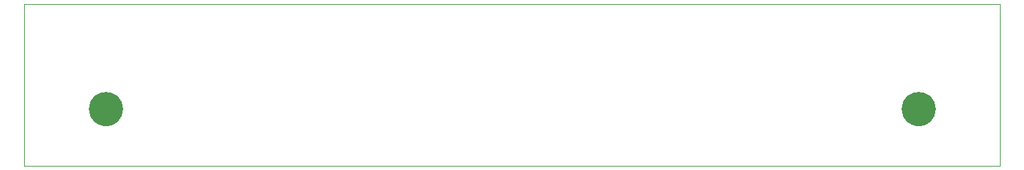
<source format=gbs>
G75*
%MOIN*%
%OFA0B0*%
%FSLAX25Y25*%
%IPPOS*%
%LPD*%
%AMOC8*
5,1,8,0,0,1.08239X$1,22.5*
%
%ADD10C,0.00000*%
%ADD11C,0.16548*%
D10*
X0001800Y0001800D02*
X0001800Y0080540D01*
X0474241Y0080540D01*
X0474241Y0001800D01*
X0001800Y0001800D01*
X0033296Y0029359D02*
X0033298Y0029552D01*
X0033305Y0029745D01*
X0033317Y0029938D01*
X0033334Y0030131D01*
X0033355Y0030323D01*
X0033381Y0030514D01*
X0033412Y0030705D01*
X0033447Y0030895D01*
X0033487Y0031084D01*
X0033532Y0031272D01*
X0033581Y0031459D01*
X0033635Y0031645D01*
X0033693Y0031829D01*
X0033756Y0032012D01*
X0033824Y0032193D01*
X0033895Y0032372D01*
X0033972Y0032550D01*
X0034052Y0032726D01*
X0034137Y0032899D01*
X0034226Y0033071D01*
X0034319Y0033240D01*
X0034416Y0033407D01*
X0034518Y0033572D01*
X0034623Y0033734D01*
X0034732Y0033893D01*
X0034846Y0034050D01*
X0034963Y0034203D01*
X0035083Y0034354D01*
X0035208Y0034502D01*
X0035336Y0034647D01*
X0035467Y0034788D01*
X0035602Y0034927D01*
X0035741Y0035062D01*
X0035882Y0035193D01*
X0036027Y0035321D01*
X0036175Y0035446D01*
X0036326Y0035566D01*
X0036479Y0035683D01*
X0036636Y0035797D01*
X0036795Y0035906D01*
X0036957Y0036011D01*
X0037122Y0036113D01*
X0037289Y0036210D01*
X0037458Y0036303D01*
X0037630Y0036392D01*
X0037803Y0036477D01*
X0037979Y0036557D01*
X0038157Y0036634D01*
X0038336Y0036705D01*
X0038517Y0036773D01*
X0038700Y0036836D01*
X0038884Y0036894D01*
X0039070Y0036948D01*
X0039257Y0036997D01*
X0039445Y0037042D01*
X0039634Y0037082D01*
X0039824Y0037117D01*
X0040015Y0037148D01*
X0040206Y0037174D01*
X0040398Y0037195D01*
X0040591Y0037212D01*
X0040784Y0037224D01*
X0040977Y0037231D01*
X0041170Y0037233D01*
X0041363Y0037231D01*
X0041556Y0037224D01*
X0041749Y0037212D01*
X0041942Y0037195D01*
X0042134Y0037174D01*
X0042325Y0037148D01*
X0042516Y0037117D01*
X0042706Y0037082D01*
X0042895Y0037042D01*
X0043083Y0036997D01*
X0043270Y0036948D01*
X0043456Y0036894D01*
X0043640Y0036836D01*
X0043823Y0036773D01*
X0044004Y0036705D01*
X0044183Y0036634D01*
X0044361Y0036557D01*
X0044537Y0036477D01*
X0044710Y0036392D01*
X0044882Y0036303D01*
X0045051Y0036210D01*
X0045218Y0036113D01*
X0045383Y0036011D01*
X0045545Y0035906D01*
X0045704Y0035797D01*
X0045861Y0035683D01*
X0046014Y0035566D01*
X0046165Y0035446D01*
X0046313Y0035321D01*
X0046458Y0035193D01*
X0046599Y0035062D01*
X0046738Y0034927D01*
X0046873Y0034788D01*
X0047004Y0034647D01*
X0047132Y0034502D01*
X0047257Y0034354D01*
X0047377Y0034203D01*
X0047494Y0034050D01*
X0047608Y0033893D01*
X0047717Y0033734D01*
X0047822Y0033572D01*
X0047924Y0033407D01*
X0048021Y0033240D01*
X0048114Y0033071D01*
X0048203Y0032899D01*
X0048288Y0032726D01*
X0048368Y0032550D01*
X0048445Y0032372D01*
X0048516Y0032193D01*
X0048584Y0032012D01*
X0048647Y0031829D01*
X0048705Y0031645D01*
X0048759Y0031459D01*
X0048808Y0031272D01*
X0048853Y0031084D01*
X0048893Y0030895D01*
X0048928Y0030705D01*
X0048959Y0030514D01*
X0048985Y0030323D01*
X0049006Y0030131D01*
X0049023Y0029938D01*
X0049035Y0029745D01*
X0049042Y0029552D01*
X0049044Y0029359D01*
X0049042Y0029166D01*
X0049035Y0028973D01*
X0049023Y0028780D01*
X0049006Y0028587D01*
X0048985Y0028395D01*
X0048959Y0028204D01*
X0048928Y0028013D01*
X0048893Y0027823D01*
X0048853Y0027634D01*
X0048808Y0027446D01*
X0048759Y0027259D01*
X0048705Y0027073D01*
X0048647Y0026889D01*
X0048584Y0026706D01*
X0048516Y0026525D01*
X0048445Y0026346D01*
X0048368Y0026168D01*
X0048288Y0025992D01*
X0048203Y0025819D01*
X0048114Y0025647D01*
X0048021Y0025478D01*
X0047924Y0025311D01*
X0047822Y0025146D01*
X0047717Y0024984D01*
X0047608Y0024825D01*
X0047494Y0024668D01*
X0047377Y0024515D01*
X0047257Y0024364D01*
X0047132Y0024216D01*
X0047004Y0024071D01*
X0046873Y0023930D01*
X0046738Y0023791D01*
X0046599Y0023656D01*
X0046458Y0023525D01*
X0046313Y0023397D01*
X0046165Y0023272D01*
X0046014Y0023152D01*
X0045861Y0023035D01*
X0045704Y0022921D01*
X0045545Y0022812D01*
X0045383Y0022707D01*
X0045218Y0022605D01*
X0045051Y0022508D01*
X0044882Y0022415D01*
X0044710Y0022326D01*
X0044537Y0022241D01*
X0044361Y0022161D01*
X0044183Y0022084D01*
X0044004Y0022013D01*
X0043823Y0021945D01*
X0043640Y0021882D01*
X0043456Y0021824D01*
X0043270Y0021770D01*
X0043083Y0021721D01*
X0042895Y0021676D01*
X0042706Y0021636D01*
X0042516Y0021601D01*
X0042325Y0021570D01*
X0042134Y0021544D01*
X0041942Y0021523D01*
X0041749Y0021506D01*
X0041556Y0021494D01*
X0041363Y0021487D01*
X0041170Y0021485D01*
X0040977Y0021487D01*
X0040784Y0021494D01*
X0040591Y0021506D01*
X0040398Y0021523D01*
X0040206Y0021544D01*
X0040015Y0021570D01*
X0039824Y0021601D01*
X0039634Y0021636D01*
X0039445Y0021676D01*
X0039257Y0021721D01*
X0039070Y0021770D01*
X0038884Y0021824D01*
X0038700Y0021882D01*
X0038517Y0021945D01*
X0038336Y0022013D01*
X0038157Y0022084D01*
X0037979Y0022161D01*
X0037803Y0022241D01*
X0037630Y0022326D01*
X0037458Y0022415D01*
X0037289Y0022508D01*
X0037122Y0022605D01*
X0036957Y0022707D01*
X0036795Y0022812D01*
X0036636Y0022921D01*
X0036479Y0023035D01*
X0036326Y0023152D01*
X0036175Y0023272D01*
X0036027Y0023397D01*
X0035882Y0023525D01*
X0035741Y0023656D01*
X0035602Y0023791D01*
X0035467Y0023930D01*
X0035336Y0024071D01*
X0035208Y0024216D01*
X0035083Y0024364D01*
X0034963Y0024515D01*
X0034846Y0024668D01*
X0034732Y0024825D01*
X0034623Y0024984D01*
X0034518Y0025146D01*
X0034416Y0025311D01*
X0034319Y0025478D01*
X0034226Y0025647D01*
X0034137Y0025819D01*
X0034052Y0025992D01*
X0033972Y0026168D01*
X0033895Y0026346D01*
X0033824Y0026525D01*
X0033756Y0026706D01*
X0033693Y0026889D01*
X0033635Y0027073D01*
X0033581Y0027259D01*
X0033532Y0027446D01*
X0033487Y0027634D01*
X0033447Y0027823D01*
X0033412Y0028013D01*
X0033381Y0028204D01*
X0033355Y0028395D01*
X0033334Y0028587D01*
X0033317Y0028780D01*
X0033305Y0028973D01*
X0033298Y0029166D01*
X0033296Y0029359D01*
X0426997Y0029359D02*
X0426999Y0029552D01*
X0427006Y0029745D01*
X0427018Y0029938D01*
X0427035Y0030131D01*
X0427056Y0030323D01*
X0427082Y0030514D01*
X0427113Y0030705D01*
X0427148Y0030895D01*
X0427188Y0031084D01*
X0427233Y0031272D01*
X0427282Y0031459D01*
X0427336Y0031645D01*
X0427394Y0031829D01*
X0427457Y0032012D01*
X0427525Y0032193D01*
X0427596Y0032372D01*
X0427673Y0032550D01*
X0427753Y0032726D01*
X0427838Y0032899D01*
X0427927Y0033071D01*
X0428020Y0033240D01*
X0428117Y0033407D01*
X0428219Y0033572D01*
X0428324Y0033734D01*
X0428433Y0033893D01*
X0428547Y0034050D01*
X0428664Y0034203D01*
X0428784Y0034354D01*
X0428909Y0034502D01*
X0429037Y0034647D01*
X0429168Y0034788D01*
X0429303Y0034927D01*
X0429442Y0035062D01*
X0429583Y0035193D01*
X0429728Y0035321D01*
X0429876Y0035446D01*
X0430027Y0035566D01*
X0430180Y0035683D01*
X0430337Y0035797D01*
X0430496Y0035906D01*
X0430658Y0036011D01*
X0430823Y0036113D01*
X0430990Y0036210D01*
X0431159Y0036303D01*
X0431331Y0036392D01*
X0431504Y0036477D01*
X0431680Y0036557D01*
X0431858Y0036634D01*
X0432037Y0036705D01*
X0432218Y0036773D01*
X0432401Y0036836D01*
X0432585Y0036894D01*
X0432771Y0036948D01*
X0432958Y0036997D01*
X0433146Y0037042D01*
X0433335Y0037082D01*
X0433525Y0037117D01*
X0433716Y0037148D01*
X0433907Y0037174D01*
X0434099Y0037195D01*
X0434292Y0037212D01*
X0434485Y0037224D01*
X0434678Y0037231D01*
X0434871Y0037233D01*
X0435064Y0037231D01*
X0435257Y0037224D01*
X0435450Y0037212D01*
X0435643Y0037195D01*
X0435835Y0037174D01*
X0436026Y0037148D01*
X0436217Y0037117D01*
X0436407Y0037082D01*
X0436596Y0037042D01*
X0436784Y0036997D01*
X0436971Y0036948D01*
X0437157Y0036894D01*
X0437341Y0036836D01*
X0437524Y0036773D01*
X0437705Y0036705D01*
X0437884Y0036634D01*
X0438062Y0036557D01*
X0438238Y0036477D01*
X0438411Y0036392D01*
X0438583Y0036303D01*
X0438752Y0036210D01*
X0438919Y0036113D01*
X0439084Y0036011D01*
X0439246Y0035906D01*
X0439405Y0035797D01*
X0439562Y0035683D01*
X0439715Y0035566D01*
X0439866Y0035446D01*
X0440014Y0035321D01*
X0440159Y0035193D01*
X0440300Y0035062D01*
X0440439Y0034927D01*
X0440574Y0034788D01*
X0440705Y0034647D01*
X0440833Y0034502D01*
X0440958Y0034354D01*
X0441078Y0034203D01*
X0441195Y0034050D01*
X0441309Y0033893D01*
X0441418Y0033734D01*
X0441523Y0033572D01*
X0441625Y0033407D01*
X0441722Y0033240D01*
X0441815Y0033071D01*
X0441904Y0032899D01*
X0441989Y0032726D01*
X0442069Y0032550D01*
X0442146Y0032372D01*
X0442217Y0032193D01*
X0442285Y0032012D01*
X0442348Y0031829D01*
X0442406Y0031645D01*
X0442460Y0031459D01*
X0442509Y0031272D01*
X0442554Y0031084D01*
X0442594Y0030895D01*
X0442629Y0030705D01*
X0442660Y0030514D01*
X0442686Y0030323D01*
X0442707Y0030131D01*
X0442724Y0029938D01*
X0442736Y0029745D01*
X0442743Y0029552D01*
X0442745Y0029359D01*
X0442743Y0029166D01*
X0442736Y0028973D01*
X0442724Y0028780D01*
X0442707Y0028587D01*
X0442686Y0028395D01*
X0442660Y0028204D01*
X0442629Y0028013D01*
X0442594Y0027823D01*
X0442554Y0027634D01*
X0442509Y0027446D01*
X0442460Y0027259D01*
X0442406Y0027073D01*
X0442348Y0026889D01*
X0442285Y0026706D01*
X0442217Y0026525D01*
X0442146Y0026346D01*
X0442069Y0026168D01*
X0441989Y0025992D01*
X0441904Y0025819D01*
X0441815Y0025647D01*
X0441722Y0025478D01*
X0441625Y0025311D01*
X0441523Y0025146D01*
X0441418Y0024984D01*
X0441309Y0024825D01*
X0441195Y0024668D01*
X0441078Y0024515D01*
X0440958Y0024364D01*
X0440833Y0024216D01*
X0440705Y0024071D01*
X0440574Y0023930D01*
X0440439Y0023791D01*
X0440300Y0023656D01*
X0440159Y0023525D01*
X0440014Y0023397D01*
X0439866Y0023272D01*
X0439715Y0023152D01*
X0439562Y0023035D01*
X0439405Y0022921D01*
X0439246Y0022812D01*
X0439084Y0022707D01*
X0438919Y0022605D01*
X0438752Y0022508D01*
X0438583Y0022415D01*
X0438411Y0022326D01*
X0438238Y0022241D01*
X0438062Y0022161D01*
X0437884Y0022084D01*
X0437705Y0022013D01*
X0437524Y0021945D01*
X0437341Y0021882D01*
X0437157Y0021824D01*
X0436971Y0021770D01*
X0436784Y0021721D01*
X0436596Y0021676D01*
X0436407Y0021636D01*
X0436217Y0021601D01*
X0436026Y0021570D01*
X0435835Y0021544D01*
X0435643Y0021523D01*
X0435450Y0021506D01*
X0435257Y0021494D01*
X0435064Y0021487D01*
X0434871Y0021485D01*
X0434678Y0021487D01*
X0434485Y0021494D01*
X0434292Y0021506D01*
X0434099Y0021523D01*
X0433907Y0021544D01*
X0433716Y0021570D01*
X0433525Y0021601D01*
X0433335Y0021636D01*
X0433146Y0021676D01*
X0432958Y0021721D01*
X0432771Y0021770D01*
X0432585Y0021824D01*
X0432401Y0021882D01*
X0432218Y0021945D01*
X0432037Y0022013D01*
X0431858Y0022084D01*
X0431680Y0022161D01*
X0431504Y0022241D01*
X0431331Y0022326D01*
X0431159Y0022415D01*
X0430990Y0022508D01*
X0430823Y0022605D01*
X0430658Y0022707D01*
X0430496Y0022812D01*
X0430337Y0022921D01*
X0430180Y0023035D01*
X0430027Y0023152D01*
X0429876Y0023272D01*
X0429728Y0023397D01*
X0429583Y0023525D01*
X0429442Y0023656D01*
X0429303Y0023791D01*
X0429168Y0023930D01*
X0429037Y0024071D01*
X0428909Y0024216D01*
X0428784Y0024364D01*
X0428664Y0024515D01*
X0428547Y0024668D01*
X0428433Y0024825D01*
X0428324Y0024984D01*
X0428219Y0025146D01*
X0428117Y0025311D01*
X0428020Y0025478D01*
X0427927Y0025647D01*
X0427838Y0025819D01*
X0427753Y0025992D01*
X0427673Y0026168D01*
X0427596Y0026346D01*
X0427525Y0026525D01*
X0427457Y0026706D01*
X0427394Y0026889D01*
X0427336Y0027073D01*
X0427282Y0027259D01*
X0427233Y0027446D01*
X0427188Y0027634D01*
X0427148Y0027823D01*
X0427113Y0028013D01*
X0427082Y0028204D01*
X0427056Y0028395D01*
X0427035Y0028587D01*
X0427018Y0028780D01*
X0427006Y0028973D01*
X0426999Y0029166D01*
X0426997Y0029359D01*
D11*
X0434871Y0029359D03*
X0041170Y0029359D03*
M02*

</source>
